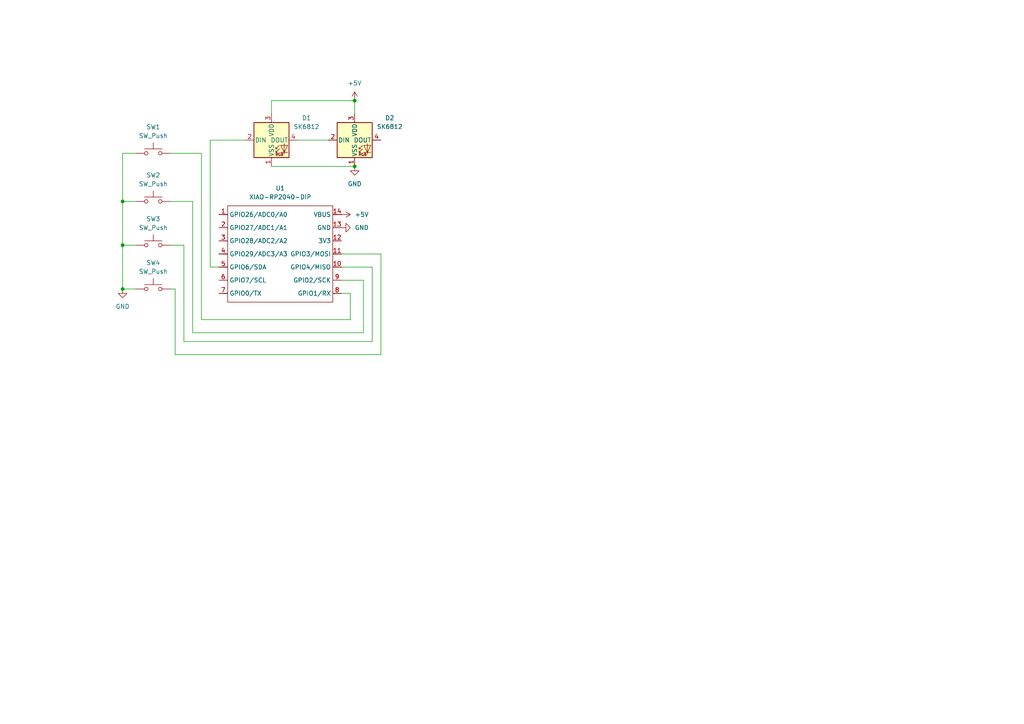
<source format=kicad_sch>
(kicad_sch
	(version 20250114)
	(generator "eeschema")
	(generator_version "9.0")
	(uuid "b6b85f7d-ae02-4efb-ba8b-a4f27dee0da1")
	(paper "A4")
	(lib_symbols
		(symbol "LED:SK6812"
			(pin_names
				(offset 0.254)
			)
			(exclude_from_sim no)
			(in_bom yes)
			(on_board yes)
			(property "Reference" "D"
				(at 5.08 5.715 0)
				(effects
					(font
						(size 1.27 1.27)
					)
					(justify right bottom)
				)
			)
			(property "Value" "SK6812"
				(at 1.27 -5.715 0)
				(effects
					(font
						(size 1.27 1.27)
					)
					(justify left top)
				)
			)
			(property "Footprint" "LED_SMD:LED_SK6812_PLCC4_5.0x5.0mm_P3.2mm"
				(at 1.27 -7.62 0)
				(effects
					(font
						(size 1.27 1.27)
					)
					(justify left top)
					(hide yes)
				)
			)
			(property "Datasheet" "https://cdn-shop.adafruit.com/product-files/1138/SK6812+LED+datasheet+.pdf"
				(at 2.54 -9.525 0)
				(effects
					(font
						(size 1.27 1.27)
					)
					(justify left top)
					(hide yes)
				)
			)
			(property "Description" "RGB LED with integrated controller"
				(at 0 0 0)
				(effects
					(font
						(size 1.27 1.27)
					)
					(hide yes)
				)
			)
			(property "ki_keywords" "RGB LED NeoPixel addressable"
				(at 0 0 0)
				(effects
					(font
						(size 1.27 1.27)
					)
					(hide yes)
				)
			)
			(property "ki_fp_filters" "LED*SK6812*PLCC*5.0x5.0mm*P3.2mm*"
				(at 0 0 0)
				(effects
					(font
						(size 1.27 1.27)
					)
					(hide yes)
				)
			)
			(symbol "SK6812_0_0"
				(text "RGB"
					(at 2.286 -4.191 0)
					(effects
						(font
							(size 0.762 0.762)
						)
					)
				)
			)
			(symbol "SK6812_0_1"
				(polyline
					(pts
						(xy 1.27 -2.54) (xy 1.778 -2.54)
					)
					(stroke
						(width 0)
						(type default)
					)
					(fill
						(type none)
					)
				)
				(polyline
					(pts
						(xy 1.27 -3.556) (xy 1.778 -3.556)
					)
					(stroke
						(width 0)
						(type default)
					)
					(fill
						(type none)
					)
				)
				(polyline
					(pts
						(xy 2.286 -1.524) (xy 1.27 -2.54) (xy 1.27 -2.032)
					)
					(stroke
						(width 0)
						(type default)
					)
					(fill
						(type none)
					)
				)
				(polyline
					(pts
						(xy 2.286 -2.54) (xy 1.27 -3.556) (xy 1.27 -3.048)
					)
					(stroke
						(width 0)
						(type default)
					)
					(fill
						(type none)
					)
				)
				(polyline
					(pts
						(xy 3.683 -1.016) (xy 3.683 -3.556) (xy 3.683 -4.064)
					)
					(stroke
						(width 0)
						(type default)
					)
					(fill
						(type none)
					)
				)
				(polyline
					(pts
						(xy 4.699 -1.524) (xy 2.667 -1.524) (xy 3.683 -3.556) (xy 4.699 -1.524)
					)
					(stroke
						(width 0)
						(type default)
					)
					(fill
						(type none)
					)
				)
				(polyline
					(pts
						(xy 4.699 -3.556) (xy 2.667 -3.556)
					)
					(stroke
						(width 0)
						(type default)
					)
					(fill
						(type none)
					)
				)
				(rectangle
					(start 5.08 5.08)
					(end -5.08 -5.08)
					(stroke
						(width 0.254)
						(type default)
					)
					(fill
						(type background)
					)
				)
			)
			(symbol "SK6812_1_1"
				(pin input line
					(at -7.62 0 0)
					(length 2.54)
					(name "DIN"
						(effects
							(font
								(size 1.27 1.27)
							)
						)
					)
					(number "2"
						(effects
							(font
								(size 1.27 1.27)
							)
						)
					)
				)
				(pin power_in line
					(at 0 7.62 270)
					(length 2.54)
					(name "VDD"
						(effects
							(font
								(size 1.27 1.27)
							)
						)
					)
					(number "3"
						(effects
							(font
								(size 1.27 1.27)
							)
						)
					)
				)
				(pin power_in line
					(at 0 -7.62 90)
					(length 2.54)
					(name "VSS"
						(effects
							(font
								(size 1.27 1.27)
							)
						)
					)
					(number "1"
						(effects
							(font
								(size 1.27 1.27)
							)
						)
					)
				)
				(pin output line
					(at 7.62 0 180)
					(length 2.54)
					(name "DOUT"
						(effects
							(font
								(size 1.27 1.27)
							)
						)
					)
					(number "4"
						(effects
							(font
								(size 1.27 1.27)
							)
						)
					)
				)
			)
			(embedded_fonts no)
		)
		(symbol "OPL Lib:XIAO-RP2040-DIP"
			(exclude_from_sim no)
			(in_bom yes)
			(on_board yes)
			(property "Reference" "U"
				(at 0 0 0)
				(effects
					(font
						(size 1.27 1.27)
					)
				)
			)
			(property "Value" "XIAO-RP2040-DIP"
				(at 5.334 -1.778 0)
				(effects
					(font
						(size 1.27 1.27)
					)
				)
			)
			(property "Footprint" "Module:MOUDLE14P-XIAO-DIP-SMD"
				(at 14.478 -32.258 0)
				(effects
					(font
						(size 1.27 1.27)
					)
					(hide yes)
				)
			)
			(property "Datasheet" ""
				(at 0 0 0)
				(effects
					(font
						(size 1.27 1.27)
					)
					(hide yes)
				)
			)
			(property "Description" ""
				(at 0 0 0)
				(effects
					(font
						(size 1.27 1.27)
					)
					(hide yes)
				)
			)
			(symbol "XIAO-RP2040-DIP_1_0"
				(polyline
					(pts
						(xy -1.27 -2.54) (xy 29.21 -2.54)
					)
					(stroke
						(width 0.1524)
						(type solid)
					)
					(fill
						(type none)
					)
				)
				(polyline
					(pts
						(xy -1.27 -5.08) (xy -2.54 -5.08)
					)
					(stroke
						(width 0.1524)
						(type solid)
					)
					(fill
						(type none)
					)
				)
				(polyline
					(pts
						(xy -1.27 -5.08) (xy -1.27 -2.54)
					)
					(stroke
						(width 0.1524)
						(type solid)
					)
					(fill
						(type none)
					)
				)
				(polyline
					(pts
						(xy -1.27 -8.89) (xy -2.54 -8.89)
					)
					(stroke
						(width 0.1524)
						(type solid)
					)
					(fill
						(type none)
					)
				)
				(polyline
					(pts
						(xy -1.27 -8.89) (xy -1.27 -5.08)
					)
					(stroke
						(width 0.1524)
						(type solid)
					)
					(fill
						(type none)
					)
				)
				(polyline
					(pts
						(xy -1.27 -12.7) (xy -2.54 -12.7)
					)
					(stroke
						(width 0.1524)
						(type solid)
					)
					(fill
						(type none)
					)
				)
				(polyline
					(pts
						(xy -1.27 -12.7) (xy -1.27 -8.89)
					)
					(stroke
						(width 0.1524)
						(type solid)
					)
					(fill
						(type none)
					)
				)
				(polyline
					(pts
						(xy -1.27 -16.51) (xy -2.54 -16.51)
					)
					(stroke
						(width 0.1524)
						(type solid)
					)
					(fill
						(type none)
					)
				)
				(polyline
					(pts
						(xy -1.27 -16.51) (xy -1.27 -12.7)
					)
					(stroke
						(width 0.1524)
						(type solid)
					)
					(fill
						(type none)
					)
				)
				(polyline
					(pts
						(xy -1.27 -20.32) (xy -2.54 -20.32)
					)
					(stroke
						(width 0.1524)
						(type solid)
					)
					(fill
						(type none)
					)
				)
				(polyline
					(pts
						(xy -1.27 -24.13) (xy -2.54 -24.13)
					)
					(stroke
						(width 0.1524)
						(type solid)
					)
					(fill
						(type none)
					)
				)
				(polyline
					(pts
						(xy -1.27 -27.94) (xy -2.54 -27.94)
					)
					(stroke
						(width 0.1524)
						(type solid)
					)
					(fill
						(type none)
					)
				)
				(polyline
					(pts
						(xy -1.27 -30.48) (xy -1.27 -16.51)
					)
					(stroke
						(width 0.1524)
						(type solid)
					)
					(fill
						(type none)
					)
				)
				(polyline
					(pts
						(xy 29.21 -2.54) (xy 29.21 -5.08)
					)
					(stroke
						(width 0.1524)
						(type solid)
					)
					(fill
						(type none)
					)
				)
				(polyline
					(pts
						(xy 29.21 -5.08) (xy 29.21 -8.89)
					)
					(stroke
						(width 0.1524)
						(type solid)
					)
					(fill
						(type none)
					)
				)
				(polyline
					(pts
						(xy 29.21 -8.89) (xy 29.21 -12.7)
					)
					(stroke
						(width 0.1524)
						(type solid)
					)
					(fill
						(type none)
					)
				)
				(polyline
					(pts
						(xy 29.21 -12.7) (xy 29.21 -30.48)
					)
					(stroke
						(width 0.1524)
						(type solid)
					)
					(fill
						(type none)
					)
				)
				(polyline
					(pts
						(xy 29.21 -30.48) (xy -1.27 -30.48)
					)
					(stroke
						(width 0.1524)
						(type solid)
					)
					(fill
						(type none)
					)
				)
				(polyline
					(pts
						(xy 30.48 -5.08) (xy 29.21 -5.08)
					)
					(stroke
						(width 0.1524)
						(type solid)
					)
					(fill
						(type none)
					)
				)
				(polyline
					(pts
						(xy 30.48 -8.89) (xy 29.21 -8.89)
					)
					(stroke
						(width 0.1524)
						(type solid)
					)
					(fill
						(type none)
					)
				)
				(polyline
					(pts
						(xy 30.48 -12.7) (xy 29.21 -12.7)
					)
					(stroke
						(width 0.1524)
						(type solid)
					)
					(fill
						(type none)
					)
				)
				(polyline
					(pts
						(xy 30.48 -16.51) (xy 29.21 -16.51)
					)
					(stroke
						(width 0.1524)
						(type solid)
					)
					(fill
						(type none)
					)
				)
				(polyline
					(pts
						(xy 30.48 -20.32) (xy 29.21 -20.32)
					)
					(stroke
						(width 0.1524)
						(type solid)
					)
					(fill
						(type none)
					)
				)
				(polyline
					(pts
						(xy 30.48 -24.13) (xy 29.21 -24.13)
					)
					(stroke
						(width 0.1524)
						(type solid)
					)
					(fill
						(type none)
					)
				)
				(polyline
					(pts
						(xy 30.48 -27.94) (xy 29.21 -27.94)
					)
					(stroke
						(width 0.1524)
						(type solid)
					)
					(fill
						(type none)
					)
				)
				(pin passive line
					(at -3.81 -5.08 0)
					(length 2.54)
					(name "GPIO26/ADC0/A0"
						(effects
							(font
								(size 1.27 1.27)
							)
						)
					)
					(number "1"
						(effects
							(font
								(size 1.27 1.27)
							)
						)
					)
				)
				(pin passive line
					(at -3.81 -8.89 0)
					(length 2.54)
					(name "GPIO27/ADC1/A1"
						(effects
							(font
								(size 1.27 1.27)
							)
						)
					)
					(number "2"
						(effects
							(font
								(size 1.27 1.27)
							)
						)
					)
				)
				(pin passive line
					(at -3.81 -12.7 0)
					(length 2.54)
					(name "GPIO28/ADC2/A2"
						(effects
							(font
								(size 1.27 1.27)
							)
						)
					)
					(number "3"
						(effects
							(font
								(size 1.27 1.27)
							)
						)
					)
				)
				(pin passive line
					(at -3.81 -16.51 0)
					(length 2.54)
					(name "GPIO29/ADC3/A3"
						(effects
							(font
								(size 1.27 1.27)
							)
						)
					)
					(number "4"
						(effects
							(font
								(size 1.27 1.27)
							)
						)
					)
				)
				(pin passive line
					(at -3.81 -20.32 0)
					(length 2.54)
					(name "GPIO6/SDA"
						(effects
							(font
								(size 1.27 1.27)
							)
						)
					)
					(number "5"
						(effects
							(font
								(size 1.27 1.27)
							)
						)
					)
				)
				(pin passive line
					(at -3.81 -24.13 0)
					(length 2.54)
					(name "GPIO7/SCL"
						(effects
							(font
								(size 1.27 1.27)
							)
						)
					)
					(number "6"
						(effects
							(font
								(size 1.27 1.27)
							)
						)
					)
				)
				(pin passive line
					(at -3.81 -27.94 0)
					(length 2.54)
					(name "GPIO0/TX"
						(effects
							(font
								(size 1.27 1.27)
							)
						)
					)
					(number "7"
						(effects
							(font
								(size 1.27 1.27)
							)
						)
					)
				)
				(pin passive line
					(at 31.75 -5.08 180)
					(length 2.54)
					(name "VBUS"
						(effects
							(font
								(size 1.27 1.27)
							)
						)
					)
					(number "14"
						(effects
							(font
								(size 1.27 1.27)
							)
						)
					)
				)
				(pin passive line
					(at 31.75 -8.89 180)
					(length 2.54)
					(name "GND"
						(effects
							(font
								(size 1.27 1.27)
							)
						)
					)
					(number "13"
						(effects
							(font
								(size 1.27 1.27)
							)
						)
					)
				)
				(pin passive line
					(at 31.75 -12.7 180)
					(length 2.54)
					(name "3V3"
						(effects
							(font
								(size 1.27 1.27)
							)
						)
					)
					(number "12"
						(effects
							(font
								(size 1.27 1.27)
							)
						)
					)
				)
				(pin passive line
					(at 31.75 -16.51 180)
					(length 2.54)
					(name "GPIO3/MOSI"
						(effects
							(font
								(size 1.27 1.27)
							)
						)
					)
					(number "11"
						(effects
							(font
								(size 1.27 1.27)
							)
						)
					)
				)
				(pin passive line
					(at 31.75 -20.32 180)
					(length 2.54)
					(name "GPIO4/MISO"
						(effects
							(font
								(size 1.27 1.27)
							)
						)
					)
					(number "10"
						(effects
							(font
								(size 1.27 1.27)
							)
						)
					)
				)
				(pin passive line
					(at 31.75 -24.13 180)
					(length 2.54)
					(name "GPIO2/SCK"
						(effects
							(font
								(size 1.27 1.27)
							)
						)
					)
					(number "9"
						(effects
							(font
								(size 1.27 1.27)
							)
						)
					)
				)
				(pin passive line
					(at 31.75 -27.94 180)
					(length 2.54)
					(name "GPIO1/RX"
						(effects
							(font
								(size 1.27 1.27)
							)
						)
					)
					(number "8"
						(effects
							(font
								(size 1.27 1.27)
							)
						)
					)
				)
			)
			(embedded_fonts no)
		)
		(symbol "Switch:SW_Push"
			(pin_numbers
				(hide yes)
			)
			(pin_names
				(offset 1.016)
				(hide yes)
			)
			(exclude_from_sim no)
			(in_bom yes)
			(on_board yes)
			(property "Reference" "SW"
				(at 1.27 2.54 0)
				(effects
					(font
						(size 1.27 1.27)
					)
					(justify left)
				)
			)
			(property "Value" "SW_Push"
				(at 0 -1.524 0)
				(effects
					(font
						(size 1.27 1.27)
					)
				)
			)
			(property "Footprint" ""
				(at 0 5.08 0)
				(effects
					(font
						(size 1.27 1.27)
					)
					(hide yes)
				)
			)
			(property "Datasheet" "~"
				(at 0 5.08 0)
				(effects
					(font
						(size 1.27 1.27)
					)
					(hide yes)
				)
			)
			(property "Description" "Push button switch, generic, two pins"
				(at 0 0 0)
				(effects
					(font
						(size 1.27 1.27)
					)
					(hide yes)
				)
			)
			(property "ki_keywords" "switch normally-open pushbutton push-button"
				(at 0 0 0)
				(effects
					(font
						(size 1.27 1.27)
					)
					(hide yes)
				)
			)
			(symbol "SW_Push_0_1"
				(circle
					(center -2.032 0)
					(radius 0.508)
					(stroke
						(width 0)
						(type default)
					)
					(fill
						(type none)
					)
				)
				(polyline
					(pts
						(xy 0 1.27) (xy 0 3.048)
					)
					(stroke
						(width 0)
						(type default)
					)
					(fill
						(type none)
					)
				)
				(circle
					(center 2.032 0)
					(radius 0.508)
					(stroke
						(width 0)
						(type default)
					)
					(fill
						(type none)
					)
				)
				(polyline
					(pts
						(xy 2.54 1.27) (xy -2.54 1.27)
					)
					(stroke
						(width 0)
						(type default)
					)
					(fill
						(type none)
					)
				)
				(pin passive line
					(at -5.08 0 0)
					(length 2.54)
					(name "1"
						(effects
							(font
								(size 1.27 1.27)
							)
						)
					)
					(number "1"
						(effects
							(font
								(size 1.27 1.27)
							)
						)
					)
				)
				(pin passive line
					(at 5.08 0 180)
					(length 2.54)
					(name "2"
						(effects
							(font
								(size 1.27 1.27)
							)
						)
					)
					(number "2"
						(effects
							(font
								(size 1.27 1.27)
							)
						)
					)
				)
			)
			(embedded_fonts no)
		)
		(symbol "power:+5V"
			(power)
			(pin_numbers
				(hide yes)
			)
			(pin_names
				(offset 0)
				(hide yes)
			)
			(exclude_from_sim no)
			(in_bom yes)
			(on_board yes)
			(property "Reference" "#PWR"
				(at 0 -3.81 0)
				(effects
					(font
						(size 1.27 1.27)
					)
					(hide yes)
				)
			)
			(property "Value" "+5V"
				(at 0 3.556 0)
				(effects
					(font
						(size 1.27 1.27)
					)
				)
			)
			(property "Footprint" ""
				(at 0 0 0)
				(effects
					(font
						(size 1.27 1.27)
					)
					(hide yes)
				)
			)
			(property "Datasheet" ""
				(at 0 0 0)
				(effects
					(font
						(size 1.27 1.27)
					)
					(hide yes)
				)
			)
			(property "Description" "Power symbol creates a global label with name \"+5V\""
				(at 0 0 0)
				(effects
					(font
						(size 1.27 1.27)
					)
					(hide yes)
				)
			)
			(property "ki_keywords" "global power"
				(at 0 0 0)
				(effects
					(font
						(size 1.27 1.27)
					)
					(hide yes)
				)
			)
			(symbol "+5V_0_1"
				(polyline
					(pts
						(xy -0.762 1.27) (xy 0 2.54)
					)
					(stroke
						(width 0)
						(type default)
					)
					(fill
						(type none)
					)
				)
				(polyline
					(pts
						(xy 0 2.54) (xy 0.762 1.27)
					)
					(stroke
						(width 0)
						(type default)
					)
					(fill
						(type none)
					)
				)
				(polyline
					(pts
						(xy 0 0) (xy 0 2.54)
					)
					(stroke
						(width 0)
						(type default)
					)
					(fill
						(type none)
					)
				)
			)
			(symbol "+5V_1_1"
				(pin power_in line
					(at 0 0 90)
					(length 0)
					(name "~"
						(effects
							(font
								(size 1.27 1.27)
							)
						)
					)
					(number "1"
						(effects
							(font
								(size 1.27 1.27)
							)
						)
					)
				)
			)
			(embedded_fonts no)
		)
		(symbol "power:GND"
			(power)
			(pin_numbers
				(hide yes)
			)
			(pin_names
				(offset 0)
				(hide yes)
			)
			(exclude_from_sim no)
			(in_bom yes)
			(on_board yes)
			(property "Reference" "#PWR"
				(at 0 -6.35 0)
				(effects
					(font
						(size 1.27 1.27)
					)
					(hide yes)
				)
			)
			(property "Value" "GND"
				(at 0 -3.81 0)
				(effects
					(font
						(size 1.27 1.27)
					)
				)
			)
			(property "Footprint" ""
				(at 0 0 0)
				(effects
					(font
						(size 1.27 1.27)
					)
					(hide yes)
				)
			)
			(property "Datasheet" ""
				(at 0 0 0)
				(effects
					(font
						(size 1.27 1.27)
					)
					(hide yes)
				)
			)
			(property "Description" "Power symbol creates a global label with name \"GND\" , ground"
				(at 0 0 0)
				(effects
					(font
						(size 1.27 1.27)
					)
					(hide yes)
				)
			)
			(property "ki_keywords" "global power"
				(at 0 0 0)
				(effects
					(font
						(size 1.27 1.27)
					)
					(hide yes)
				)
			)
			(symbol "GND_0_1"
				(polyline
					(pts
						(xy 0 0) (xy 0 -1.27) (xy 1.27 -1.27) (xy 0 -2.54) (xy -1.27 -1.27) (xy 0 -1.27)
					)
					(stroke
						(width 0)
						(type default)
					)
					(fill
						(type none)
					)
				)
			)
			(symbol "GND_1_1"
				(pin power_in line
					(at 0 0 270)
					(length 0)
					(name "~"
						(effects
							(font
								(size 1.27 1.27)
							)
						)
					)
					(number "1"
						(effects
							(font
								(size 1.27 1.27)
							)
						)
					)
				)
			)
			(embedded_fonts no)
		)
	)
	(junction
		(at 35.56 71.12)
		(diameter 0)
		(color 0 0 0 0)
		(uuid "068a675d-5d7f-4838-b510-784da1757143")
	)
	(junction
		(at 102.87 48.26)
		(diameter 0)
		(color 0 0 0 0)
		(uuid "128097c3-2b4a-4ae3-ae44-ca1dd805c436")
	)
	(junction
		(at 35.56 83.82)
		(diameter 0)
		(color 0 0 0 0)
		(uuid "2b718312-9dfa-45a1-9d69-8f42001e84e0")
	)
	(junction
		(at 102.87 29.21)
		(diameter 0)
		(color 0 0 0 0)
		(uuid "338fc22c-0b2d-4dc5-825c-b91f442a75f4")
	)
	(junction
		(at 35.56 58.42)
		(diameter 0)
		(color 0 0 0 0)
		(uuid "7a259646-596a-4ed6-abe0-8e4c7bedd971")
	)
	(wire
		(pts
			(xy 58.42 92.71) (xy 101.6 92.71)
		)
		(stroke
			(width 0)
			(type default)
		)
		(uuid "0c39cdc0-9803-4960-8246-88ee6ce158be")
	)
	(wire
		(pts
			(xy 78.74 48.26) (xy 102.87 48.26)
		)
		(stroke
			(width 0)
			(type default)
		)
		(uuid "1963dd66-84d3-4233-8aa6-59c256962dd3")
	)
	(wire
		(pts
			(xy 35.56 44.45) (xy 35.56 58.42)
		)
		(stroke
			(width 0)
			(type default)
		)
		(uuid "20a99790-3d6b-4b70-aa57-7ab735ffb868")
	)
	(wire
		(pts
			(xy 110.49 73.66) (xy 99.06 73.66)
		)
		(stroke
			(width 0)
			(type default)
		)
		(uuid "21c16c6a-3df8-4521-b179-d6e8f2d3c6da")
	)
	(wire
		(pts
			(xy 53.34 99.06) (xy 107.95 99.06)
		)
		(stroke
			(width 0)
			(type default)
		)
		(uuid "295dea52-e18c-43fa-8427-95e59d9ebb2e")
	)
	(wire
		(pts
			(xy 101.6 92.71) (xy 101.6 85.09)
		)
		(stroke
			(width 0)
			(type default)
		)
		(uuid "2b32d6f0-cf6d-48b2-b25b-54259318a89f")
	)
	(wire
		(pts
			(xy 50.8 102.87) (xy 110.49 102.87)
		)
		(stroke
			(width 0)
			(type default)
		)
		(uuid "2b9e65d9-81b5-4736-a3eb-34585c97d041")
	)
	(wire
		(pts
			(xy 49.53 58.42) (xy 55.88 58.42)
		)
		(stroke
			(width 0)
			(type default)
		)
		(uuid "31eb2ecc-1829-4d88-98ce-503394d709a5")
	)
	(wire
		(pts
			(xy 55.88 58.42) (xy 55.88 96.52)
		)
		(stroke
			(width 0)
			(type default)
		)
		(uuid "35d7a714-49ed-4b01-b477-d8d6260c3361")
	)
	(wire
		(pts
			(xy 86.36 40.64) (xy 95.25 40.64)
		)
		(stroke
			(width 0)
			(type default)
		)
		(uuid "3b14359e-4134-47f7-9e81-5db2f8361c39")
	)
	(wire
		(pts
			(xy 78.74 29.21) (xy 102.87 29.21)
		)
		(stroke
			(width 0)
			(type default)
		)
		(uuid "45e533ba-1323-453d-bde7-1fa55d71abe4")
	)
	(wire
		(pts
			(xy 110.49 102.87) (xy 110.49 73.66)
		)
		(stroke
			(width 0)
			(type default)
		)
		(uuid "4ad11bb9-28cc-4789-8923-74956c9cc76f")
	)
	(wire
		(pts
			(xy 55.88 96.52) (xy 105.41 96.52)
		)
		(stroke
			(width 0)
			(type default)
		)
		(uuid "50aa3990-9b70-4f84-b9b8-65f7c67b9648")
	)
	(wire
		(pts
			(xy 60.96 40.64) (xy 60.96 77.47)
		)
		(stroke
			(width 0)
			(type default)
		)
		(uuid "51a6a3b1-439e-4c17-8826-c08630d758be")
	)
	(wire
		(pts
			(xy 49.53 71.12) (xy 53.34 71.12)
		)
		(stroke
			(width 0)
			(type default)
		)
		(uuid "51d9b42e-ebc7-44ae-96f7-967a34e6e7af")
	)
	(wire
		(pts
			(xy 50.8 83.82) (xy 50.8 102.87)
		)
		(stroke
			(width 0)
			(type default)
		)
		(uuid "56a675c2-c9a7-4add-ac0e-029e14c79d01")
	)
	(wire
		(pts
			(xy 107.95 99.06) (xy 107.95 77.47)
		)
		(stroke
			(width 0)
			(type default)
		)
		(uuid "591c5e40-e5b5-46a0-8419-921775a8fc33")
	)
	(wire
		(pts
			(xy 58.42 44.45) (xy 58.42 92.71)
		)
		(stroke
			(width 0)
			(type default)
		)
		(uuid "5d8ff699-11a8-4ea2-9dfd-4228d31d1112")
	)
	(wire
		(pts
			(xy 53.34 71.12) (xy 53.34 99.06)
		)
		(stroke
			(width 0)
			(type default)
		)
		(uuid "6dded65a-778f-4fb6-b48b-aa22fcedb108")
	)
	(wire
		(pts
			(xy 35.56 58.42) (xy 39.37 58.42)
		)
		(stroke
			(width 0)
			(type default)
		)
		(uuid "70dd588a-f7b1-4978-9921-e880a3e04041")
	)
	(wire
		(pts
			(xy 60.96 77.47) (xy 63.5 77.47)
		)
		(stroke
			(width 0)
			(type default)
		)
		(uuid "7159650e-fab8-4548-84b8-7e85be9bd309")
	)
	(wire
		(pts
			(xy 107.95 77.47) (xy 99.06 77.47)
		)
		(stroke
			(width 0)
			(type default)
		)
		(uuid "863590b5-e5ab-4de9-a3ee-ae090bbc3175")
	)
	(wire
		(pts
			(xy 39.37 44.45) (xy 35.56 44.45)
		)
		(stroke
			(width 0)
			(type default)
		)
		(uuid "863eb4ba-3bb2-417e-ae01-cd52566cec1d")
	)
	(wire
		(pts
			(xy 35.56 83.82) (xy 39.37 83.82)
		)
		(stroke
			(width 0)
			(type default)
		)
		(uuid "8806da08-df1d-49c1-b430-4491261d85be")
	)
	(wire
		(pts
			(xy 102.87 29.21) (xy 102.87 33.02)
		)
		(stroke
			(width 0)
			(type default)
		)
		(uuid "94c58b89-8db5-44e4-bd4b-b8d1b921cf0c")
	)
	(wire
		(pts
			(xy 35.56 71.12) (xy 35.56 83.82)
		)
		(stroke
			(width 0)
			(type default)
		)
		(uuid "9e28d7af-0659-4fa3-bf36-96e4f1c6dd91")
	)
	(wire
		(pts
			(xy 78.74 33.02) (xy 78.74 29.21)
		)
		(stroke
			(width 0)
			(type default)
		)
		(uuid "9ffda0ae-02cc-4daa-9591-07978bcd39de")
	)
	(wire
		(pts
			(xy 105.41 96.52) (xy 105.41 81.28)
		)
		(stroke
			(width 0)
			(type default)
		)
		(uuid "a42850e2-df8e-46a7-873b-6d3a6e19becf")
	)
	(wire
		(pts
			(xy 71.12 40.64) (xy 60.96 40.64)
		)
		(stroke
			(width 0)
			(type default)
		)
		(uuid "bba544a5-877d-499f-9c40-192cb6509ba6")
	)
	(wire
		(pts
			(xy 35.56 58.42) (xy 35.56 71.12)
		)
		(stroke
			(width 0)
			(type default)
		)
		(uuid "d80a29d0-c735-43e8-aef1-b76e2094f78c")
	)
	(wire
		(pts
			(xy 35.56 71.12) (xy 39.37 71.12)
		)
		(stroke
			(width 0)
			(type default)
		)
		(uuid "ee272b8d-3f31-48fa-a16d-01a55308ab46")
	)
	(wire
		(pts
			(xy 105.41 81.28) (xy 99.06 81.28)
		)
		(stroke
			(width 0)
			(type default)
		)
		(uuid "f921f17d-0d09-49e7-b94f-16e340882ece")
	)
	(wire
		(pts
			(xy 99.06 85.09) (xy 101.6 85.09)
		)
		(stroke
			(width 0)
			(type default)
		)
		(uuid "f9d6078c-6d52-4915-a409-d0b9d3289e74")
	)
	(wire
		(pts
			(xy 49.53 44.45) (xy 58.42 44.45)
		)
		(stroke
			(width 0)
			(type default)
		)
		(uuid "fb7b467b-c4bd-493d-bc15-5b0b73966e8d")
	)
	(wire
		(pts
			(xy 49.53 83.82) (xy 50.8 83.82)
		)
		(stroke
			(width 0)
			(type default)
		)
		(uuid "fbb41cab-7029-42da-b501-4d39d28f1b9f")
	)
	(symbol
		(lib_id "power:GND")
		(at 99.06 66.04 90)
		(unit 1)
		(exclude_from_sim no)
		(in_bom yes)
		(on_board yes)
		(dnp no)
		(fields_autoplaced yes)
		(uuid "0960d5af-2206-4537-9e61-9622d3f0329b")
		(property "Reference" "#PWR02"
			(at 105.41 66.04 0)
			(effects
				(font
					(size 1.27 1.27)
				)
				(hide yes)
			)
		)
		(property "Value" "GND"
			(at 102.87 66.0399 90)
			(effects
				(font
					(size 1.27 1.27)
				)
				(justify right)
			)
		)
		(property "Footprint" ""
			(at 99.06 66.04 0)
			(effects
				(font
					(size 1.27 1.27)
				)
				(hide yes)
			)
		)
		(property "Datasheet" ""
			(at 99.06 66.04 0)
			(effects
				(font
					(size 1.27 1.27)
				)
				(hide yes)
			)
		)
		(property "Description" "Power symbol creates a global label with name \"GND\" , ground"
			(at 99.06 66.04 0)
			(effects
				(font
					(size 1.27 1.27)
				)
				(hide yes)
			)
		)
		(pin "1"
			(uuid "e253e28a-2566-420f-9456-c6a4a001b243")
		)
		(instances
			(project ""
				(path "/b6b85f7d-ae02-4efb-ba8b-a4f27dee0da1"
					(reference "#PWR02")
					(unit 1)
				)
			)
		)
	)
	(symbol
		(lib_id "power:GND")
		(at 102.87 48.26 0)
		(unit 1)
		(exclude_from_sim no)
		(in_bom yes)
		(on_board yes)
		(dnp no)
		(fields_autoplaced yes)
		(uuid "2d165122-2a38-4dec-bfa6-5988ca6130cd")
		(property "Reference" "#PWR01"
			(at 102.87 54.61 0)
			(effects
				(font
					(size 1.27 1.27)
				)
				(hide yes)
			)
		)
		(property "Value" "GND"
			(at 102.87 53.34 0)
			(effects
				(font
					(size 1.27 1.27)
				)
			)
		)
		(property "Footprint" ""
			(at 102.87 48.26 0)
			(effects
				(font
					(size 1.27 1.27)
				)
				(hide yes)
			)
		)
		(property "Datasheet" ""
			(at 102.87 48.26 0)
			(effects
				(font
					(size 1.27 1.27)
				)
				(hide yes)
			)
		)
		(property "Description" "Power symbol creates a global label with name \"GND\" , ground"
			(at 102.87 48.26 0)
			(effects
				(font
					(size 1.27 1.27)
				)
				(hide yes)
			)
		)
		(pin "1"
			(uuid "f0bbde62-8fda-4ea6-b85d-5e3f6db84738")
		)
		(instances
			(project ""
				(path "/b6b85f7d-ae02-4efb-ba8b-a4f27dee0da1"
					(reference "#PWR01")
					(unit 1)
				)
			)
		)
	)
	(symbol
		(lib_id "power:GND")
		(at 35.56 83.82 0)
		(unit 1)
		(exclude_from_sim no)
		(in_bom yes)
		(on_board yes)
		(dnp no)
		(fields_autoplaced yes)
		(uuid "300d3a7b-dd6b-4367-9898-ef0770d6f46e")
		(property "Reference" "#PWR03"
			(at 35.56 90.17 0)
			(effects
				(font
					(size 1.27 1.27)
				)
				(hide yes)
			)
		)
		(property "Value" "GND"
			(at 35.56 88.9 0)
			(effects
				(font
					(size 1.27 1.27)
				)
			)
		)
		(property "Footprint" ""
			(at 35.56 83.82 0)
			(effects
				(font
					(size 1.27 1.27)
				)
				(hide yes)
			)
		)
		(property "Datasheet" ""
			(at 35.56 83.82 0)
			(effects
				(font
					(size 1.27 1.27)
				)
				(hide yes)
			)
		)
		(property "Description" "Power symbol creates a global label with name \"GND\" , ground"
			(at 35.56 83.82 0)
			(effects
				(font
					(size 1.27 1.27)
				)
				(hide yes)
			)
		)
		(pin "1"
			(uuid "c987b9ae-5b92-4daf-8a3e-3c6ca042b4af")
		)
		(instances
			(project ""
				(path "/b6b85f7d-ae02-4efb-ba8b-a4f27dee0da1"
					(reference "#PWR03")
					(unit 1)
				)
			)
		)
	)
	(symbol
		(lib_id "Switch:SW_Push")
		(at 44.45 58.42 0)
		(unit 1)
		(exclude_from_sim no)
		(in_bom yes)
		(on_board yes)
		(dnp no)
		(fields_autoplaced yes)
		(uuid "31f0c001-7446-4b39-8f0b-c8b0c99610a6")
		(property "Reference" "SW2"
			(at 44.45 50.8 0)
			(effects
				(font
					(size 1.27 1.27)
				)
			)
		)
		(property "Value" "SW_Push"
			(at 44.45 53.34 0)
			(effects
				(font
					(size 1.27 1.27)
				)
			)
		)
		(property "Footprint" "Button_Switch_Keyboard:SW_Cherry_MX_1.00u_PCB"
			(at 44.45 53.34 0)
			(effects
				(font
					(size 1.27 1.27)
				)
				(hide yes)
			)
		)
		(property "Datasheet" "~"
			(at 44.45 53.34 0)
			(effects
				(font
					(size 1.27 1.27)
				)
				(hide yes)
			)
		)
		(property "Description" "Push button switch, generic, two pins"
			(at 44.45 58.42 0)
			(effects
				(font
					(size 1.27 1.27)
				)
				(hide yes)
			)
		)
		(pin "2"
			(uuid "c63bf712-0d6e-4945-87dc-4be659280eec")
		)
		(pin "1"
			(uuid "86764240-3cdd-4ee5-995e-875cec052bcd")
		)
		(instances
			(project "Hackpad"
				(path "/b6b85f7d-ae02-4efb-ba8b-a4f27dee0da1"
					(reference "SW2")
					(unit 1)
				)
			)
		)
	)
	(symbol
		(lib_id "power:+5V")
		(at 102.87 29.21 0)
		(unit 1)
		(exclude_from_sim no)
		(in_bom yes)
		(on_board yes)
		(dnp no)
		(fields_autoplaced yes)
		(uuid "326985c7-ec6e-47ce-aab6-754b8b5ecb72")
		(property "Reference" "#PWR04"
			(at 102.87 33.02 0)
			(effects
				(font
					(size 1.27 1.27)
				)
				(hide yes)
			)
		)
		(property "Value" "+5V"
			(at 102.87 24.13 0)
			(effects
				(font
					(size 1.27 1.27)
				)
			)
		)
		(property "Footprint" ""
			(at 102.87 29.21 0)
			(effects
				(font
					(size 1.27 1.27)
				)
				(hide yes)
			)
		)
		(property "Datasheet" ""
			(at 102.87 29.21 0)
			(effects
				(font
					(size 1.27 1.27)
				)
				(hide yes)
			)
		)
		(property "Description" "Power symbol creates a global label with name \"+5V\""
			(at 102.87 29.21 0)
			(effects
				(font
					(size 1.27 1.27)
				)
				(hide yes)
			)
		)
		(pin "1"
			(uuid "18c9a827-5784-410f-a7df-126ab5032fd0")
		)
		(instances
			(project ""
				(path "/b6b85f7d-ae02-4efb-ba8b-a4f27dee0da1"
					(reference "#PWR04")
					(unit 1)
				)
			)
		)
	)
	(symbol
		(lib_id "OPL Lib:XIAO-RP2040-DIP")
		(at 67.31 57.15 0)
		(unit 1)
		(exclude_from_sim no)
		(in_bom yes)
		(on_board yes)
		(dnp no)
		(fields_autoplaced yes)
		(uuid "5bbac94a-8724-4318-b06a-cdeb9504a89b")
		(property "Reference" "U1"
			(at 81.28 54.61 0)
			(effects
				(font
					(size 1.27 1.27)
				)
			)
		)
		(property "Value" "XIAO-RP2040-DIP"
			(at 81.28 57.15 0)
			(effects
				(font
					(size 1.27 1.27)
				)
			)
		)
		(property "Footprint" "OPL Lib:XIAO-RP2040-DIP"
			(at 81.788 89.408 0)
			(effects
				(font
					(size 1.27 1.27)
				)
				(hide yes)
			)
		)
		(property "Datasheet" ""
			(at 67.31 57.15 0)
			(effects
				(font
					(size 1.27 1.27)
				)
				(hide yes)
			)
		)
		(property "Description" ""
			(at 67.31 57.15 0)
			(effects
				(font
					(size 1.27 1.27)
				)
				(hide yes)
			)
		)
		(pin "14"
			(uuid "bfeaa4d0-1761-46cc-b32c-bf0229d87e02")
		)
		(pin "12"
			(uuid "05466f7a-613f-4096-a0cc-a3f060c5a189")
		)
		(pin "3"
			(uuid "d7873ab2-ff5c-4917-b88e-c3237c2e66f6")
		)
		(pin "9"
			(uuid "c3371e93-bafb-4c92-8d0b-dc86e1f6e51a")
		)
		(pin "8"
			(uuid "79773ae9-79b3-491e-9ddd-c25897ec0103")
		)
		(pin "11"
			(uuid "26e28613-aa63-4c9b-9ddf-fb537b127f82")
		)
		(pin "10"
			(uuid "60a4e4b1-a71f-4d34-abfa-069c5c975f59")
		)
		(pin "5"
			(uuid "55423dea-f5a4-4a80-99b1-382b16fe1463")
		)
		(pin "4"
			(uuid "dbe96718-6de2-419e-aaa4-34b49f36cec7")
		)
		(pin "2"
			(uuid "64479c86-c4cb-43ea-a4d8-e04d5c97f0c2")
		)
		(pin "6"
			(uuid "79868de3-44e1-46b8-807e-0da38afb897f")
		)
		(pin "13"
			(uuid "2f8eacf7-aa90-499c-9c2c-b774aea4f93f")
		)
		(pin "7"
			(uuid "270c8dfc-8cac-4c35-a390-403238954ce5")
		)
		(pin "1"
			(uuid "d0731c10-5680-40fa-b992-767d4a275a94")
		)
		(instances
			(project ""
				(path "/b6b85f7d-ae02-4efb-ba8b-a4f27dee0da1"
					(reference "U1")
					(unit 1)
				)
			)
		)
	)
	(symbol
		(lib_id "power:+5V")
		(at 99.06 62.23 270)
		(unit 1)
		(exclude_from_sim no)
		(in_bom yes)
		(on_board yes)
		(dnp no)
		(fields_autoplaced yes)
		(uuid "72e7d61f-253a-41c5-b9ee-491a08aec011")
		(property "Reference" "#PWR05"
			(at 95.25 62.23 0)
			(effects
				(font
					(size 1.27 1.27)
				)
				(hide yes)
			)
		)
		(property "Value" "+5V"
			(at 102.87 62.2299 90)
			(effects
				(font
					(size 1.27 1.27)
				)
				(justify left)
			)
		)
		(property "Footprint" ""
			(at 99.06 62.23 0)
			(effects
				(font
					(size 1.27 1.27)
				)
				(hide yes)
			)
		)
		(property "Datasheet" ""
			(at 99.06 62.23 0)
			(effects
				(font
					(size 1.27 1.27)
				)
				(hide yes)
			)
		)
		(property "Description" "Power symbol creates a global label with name \"+5V\""
			(at 99.06 62.23 0)
			(effects
				(font
					(size 1.27 1.27)
				)
				(hide yes)
			)
		)
		(pin "1"
			(uuid "506c65f5-2167-486a-9a63-e29a3894c7b3")
		)
		(instances
			(project "Hackpad"
				(path "/b6b85f7d-ae02-4efb-ba8b-a4f27dee0da1"
					(reference "#PWR05")
					(unit 1)
				)
			)
		)
	)
	(symbol
		(lib_id "LED:SK6812")
		(at 102.87 40.64 0)
		(unit 1)
		(exclude_from_sim no)
		(in_bom yes)
		(on_board yes)
		(dnp no)
		(fields_autoplaced yes)
		(uuid "79102f86-4202-493c-857a-66b94e650496")
		(property "Reference" "D2"
			(at 113.03 34.2198 0)
			(effects
				(font
					(size 1.27 1.27)
				)
			)
		)
		(property "Value" "SK6812"
			(at 113.03 36.7598 0)
			(effects
				(font
					(size 1.27 1.27)
				)
			)
		)
		(property "Footprint" "LED_SMD:LED_SK6812MINI_PLCC4_3.5x3.5mm_P1.75mm"
			(at 104.14 48.26 0)
			(effects
				(font
					(size 1.27 1.27)
				)
				(justify left top)
				(hide yes)
			)
		)
		(property "Datasheet" "https://cdn-shop.adafruit.com/product-files/1138/SK6812+LED+datasheet+.pdf"
			(at 105.41 50.165 0)
			(effects
				(font
					(size 1.27 1.27)
				)
				(justify left top)
				(hide yes)
			)
		)
		(property "Description" "RGB LED with integrated controller"
			(at 102.87 40.64 0)
			(effects
				(font
					(size 1.27 1.27)
				)
				(hide yes)
			)
		)
		(pin "4"
			(uuid "4e7bd064-e91c-4d57-97ab-7ac3fef046b1")
		)
		(pin "2"
			(uuid "8f4e3aa7-67c6-4220-b881-454ee477c377")
		)
		(pin "3"
			(uuid "f20173d0-ce43-4a9a-b1f8-e0be2b103142")
		)
		(pin "1"
			(uuid "f3d34a38-3da1-4719-9145-33c8e55981c7")
		)
		(instances
			(project "Hackpad"
				(path "/b6b85f7d-ae02-4efb-ba8b-a4f27dee0da1"
					(reference "D2")
					(unit 1)
				)
			)
		)
	)
	(symbol
		(lib_id "Switch:SW_Push")
		(at 44.45 71.12 0)
		(unit 1)
		(exclude_from_sim no)
		(in_bom yes)
		(on_board yes)
		(dnp no)
		(fields_autoplaced yes)
		(uuid "79d2d781-7d9b-4b8f-a167-5617bd753152")
		(property "Reference" "SW3"
			(at 44.45 63.5 0)
			(effects
				(font
					(size 1.27 1.27)
				)
			)
		)
		(property "Value" "SW_Push"
			(at 44.45 66.04 0)
			(effects
				(font
					(size 1.27 1.27)
				)
			)
		)
		(property "Footprint" "Button_Switch_Keyboard:SW_Cherry_MX_1.00u_PCB"
			(at 44.45 66.04 0)
			(effects
				(font
					(size 1.27 1.27)
				)
				(hide yes)
			)
		)
		(property "Datasheet" "~"
			(at 44.45 66.04 0)
			(effects
				(font
					(size 1.27 1.27)
				)
				(hide yes)
			)
		)
		(property "Description" "Push button switch, generic, two pins"
			(at 44.45 71.12 0)
			(effects
				(font
					(size 1.27 1.27)
				)
				(hide yes)
			)
		)
		(pin "2"
			(uuid "3dbaaac6-dc54-4ff5-b2fe-27969503db93")
		)
		(pin "1"
			(uuid "b7d56be8-5c17-4943-8b9d-79c7e885064a")
		)
		(instances
			(project "Hackpad"
				(path "/b6b85f7d-ae02-4efb-ba8b-a4f27dee0da1"
					(reference "SW3")
					(unit 1)
				)
			)
		)
	)
	(symbol
		(lib_id "Switch:SW_Push")
		(at 44.45 44.45 0)
		(unit 1)
		(exclude_from_sim no)
		(in_bom yes)
		(on_board yes)
		(dnp no)
		(fields_autoplaced yes)
		(uuid "7c37e5c4-e3d3-4b44-accb-37030b87fc0c")
		(property "Reference" "SW1"
			(at 44.45 36.83 0)
			(effects
				(font
					(size 1.27 1.27)
				)
			)
		)
		(property "Value" "SW_Push"
			(at 44.45 39.37 0)
			(effects
				(font
					(size 1.27 1.27)
				)
			)
		)
		(property "Footprint" "Button_Switch_Keyboard:SW_Cherry_MX_1.00u_PCB"
			(at 44.45 39.37 0)
			(effects
				(font
					(size 1.27 1.27)
				)
				(hide yes)
			)
		)
		(property "Datasheet" "~"
			(at 44.45 39.37 0)
			(effects
				(font
					(size 1.27 1.27)
				)
				(hide yes)
			)
		)
		(property "Description" "Push button switch, generic, two pins"
			(at 44.45 44.45 0)
			(effects
				(font
					(size 1.27 1.27)
				)
				(hide yes)
			)
		)
		(pin "2"
			(uuid "dbb2f2b8-4e1f-48f4-a170-79108a77069d")
		)
		(pin "1"
			(uuid "5ffb1237-8ed9-4ce5-96a7-fbd2e8918093")
		)
		(instances
			(project ""
				(path "/b6b85f7d-ae02-4efb-ba8b-a4f27dee0da1"
					(reference "SW1")
					(unit 1)
				)
			)
		)
	)
	(symbol
		(lib_id "Switch:SW_Push")
		(at 44.45 83.82 0)
		(unit 1)
		(exclude_from_sim no)
		(in_bom yes)
		(on_board yes)
		(dnp no)
		(fields_autoplaced yes)
		(uuid "bf8256cc-85bf-485f-9f5a-c5a9c4860a2b")
		(property "Reference" "SW4"
			(at 44.45 76.2 0)
			(effects
				(font
					(size 1.27 1.27)
				)
			)
		)
		(property "Value" "SW_Push"
			(at 44.45 78.74 0)
			(effects
				(font
					(size 1.27 1.27)
				)
			)
		)
		(property "Footprint" "Button_Switch_Keyboard:SW_Cherry_MX_1.00u_PCB"
			(at 44.45 78.74 0)
			(effects
				(font
					(size 1.27 1.27)
				)
				(hide yes)
			)
		)
		(property "Datasheet" "~"
			(at 44.45 78.74 0)
			(effects
				(font
					(size 1.27 1.27)
				)
				(hide yes)
			)
		)
		(property "Description" "Push button switch, generic, two pins"
			(at 44.45 83.82 0)
			(effects
				(font
					(size 1.27 1.27)
				)
				(hide yes)
			)
		)
		(pin "2"
			(uuid "48d54ba8-d772-4316-85b0-130fe97d435c")
		)
		(pin "1"
			(uuid "a388def9-fd08-4e1d-864a-e85cf0985336")
		)
		(instances
			(project "Hackpad"
				(path "/b6b85f7d-ae02-4efb-ba8b-a4f27dee0da1"
					(reference "SW4")
					(unit 1)
				)
			)
		)
	)
	(symbol
		(lib_id "LED:SK6812")
		(at 78.74 40.64 0)
		(unit 1)
		(exclude_from_sim no)
		(in_bom yes)
		(on_board yes)
		(dnp no)
		(fields_autoplaced yes)
		(uuid "ef493082-25be-43c8-9bd5-839f37c04fe0")
		(property "Reference" "D1"
			(at 88.9 34.2198 0)
			(effects
				(font
					(size 1.27 1.27)
				)
			)
		)
		(property "Value" "SK6812"
			(at 88.9 36.7598 0)
			(effects
				(font
					(size 1.27 1.27)
				)
			)
		)
		(property "Footprint" "LED_SMD:LED_SK6812MINI_PLCC4_3.5x3.5mm_P1.75mm"
			(at 80.01 48.26 0)
			(effects
				(font
					(size 1.27 1.27)
				)
				(justify left top)
				(hide yes)
			)
		)
		(property "Datasheet" "https://cdn-shop.adafruit.com/product-files/1138/SK6812+LED+datasheet+.pdf"
			(at 81.28 50.165 0)
			(effects
				(font
					(size 1.27 1.27)
				)
				(justify left top)
				(hide yes)
			)
		)
		(property "Description" "RGB LED with integrated controller"
			(at 78.74 40.64 0)
			(effects
				(font
					(size 1.27 1.27)
				)
				(hide yes)
			)
		)
		(pin "4"
			(uuid "6211c93b-ca53-4304-b1e4-4b677911d00d")
		)
		(pin "2"
			(uuid "7233d2b0-8802-4fb8-9d8a-5299d8160c42")
		)
		(pin "3"
			(uuid "a63fb161-d4bd-4cd0-8918-69e58c98cfad")
		)
		(pin "1"
			(uuid "53e5f965-c0c1-4221-9b8a-c03fc52c3b38")
		)
		(instances
			(project ""
				(path "/b6b85f7d-ae02-4efb-ba8b-a4f27dee0da1"
					(reference "D1")
					(unit 1)
				)
			)
		)
	)
	(sheet_instances
		(path "/"
			(page "1")
		)
	)
	(embedded_fonts no)
)

</source>
